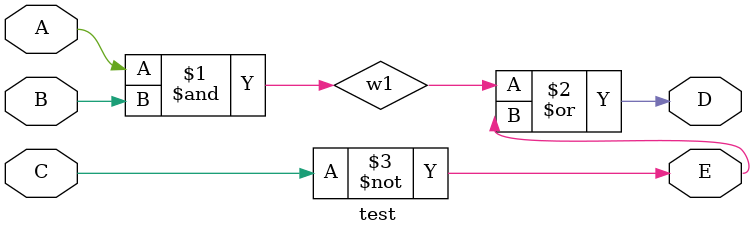
<source format=v>
module test (A,B,C,D,E);

input A;

input B;

input C;

output D;
output E;

wire w1;
and g1(w1, A,B);
not g2(E,C);
or g3 (D, w1, E);

endmodule
</source>
